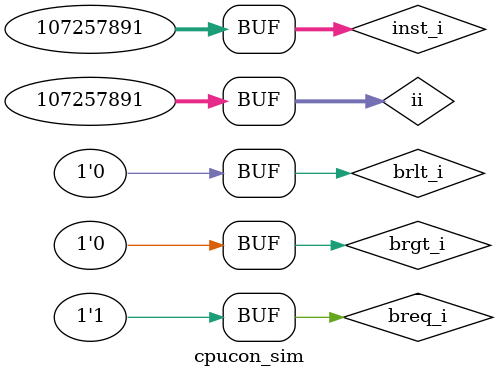
<source format=v>
module cpucon_sim();


wire[31:0] inst_i;
wire breq_i;
wire brgt_i;
wire brlt_i;
wire pcsel_o;
wire regwen_o;
wire[1:0] wbsel_o;
wire[2:0] sext_o;
wire[3:0] aluop_o;
wire asel_o;
wire bsel_o;
wire memrw_o;
reg[31:0] ii;


assign inst_i=ii;
assign breq_i=1;
assign brgt_i=0;
assign brlt_i=0;


controller cpucon_sim_controller(
    .inst_i(inst_i),
    .breq_i(breq_i),
    .brgt_i(brgt_i),
    .brlt_i(brlt_i),
    .pcsel_o(pcsel_o),
    .regwen_o(regwen_o),
    .wbsel_o(wbsel_o),
    .sext_o(sext_o),
    .aluop_o(aluop_o),
    .asel_o(asel_o),
    .bsel_o(bsel_o),
    .memrw_o(memrw_o)
);


// FFFFF4B7		lui 
// 00100A93		addi
// 00200B13		addi
// 0704A403		lw x
// 0FF47913		andi
// 01891913		slli
// 41895913		srai
// 40845993		srai
// 0FF9F993		andi
// 01899993		slli
// 4189D993		srai
// 41545A13		srai
// 007A7A13		andi
// 000002B3		add 
// 045A0263		beq 

initial begin
    ii = 32'hFFFFF4B7;
    #50
    ii =  32'h00100A93;
    #50
    ii =  32'h0704A403;// lw
    #30
    ii =  32'h0FF47913;//andi
    #40
    ii =  32'h01891913;//slli
    #50
    ii =  32'h000002B3;//add
    #60
    ii =  32'h045A0263;//beq
    #70 //jal
    ii =  32'h0080006F;
    #80  //ss
    ii = 32'h0664A023;
end
endmodule
</source>
